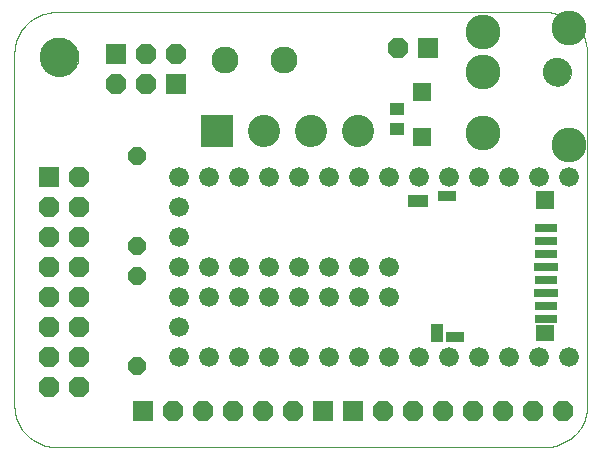
<source format=gts>
G75*
G70*
%OFA0B0*%
%FSLAX24Y24*%
%IPPOS*%
%LPD*%
%AMOC8*
5,1,8,0,0,1.08239X$1,22.5*
%
%ADD10C,0.0000*%
%ADD11R,0.0473X0.0434*%
%ADD12R,0.0680X0.0680*%
%ADD13OC8,0.0680*%
%ADD14C,0.1073*%
%ADD15R,0.1073X0.1073*%
%ADD16C,0.0900*%
%ADD17R,0.0631X0.0591*%
%ADD18R,0.0631X0.0552*%
%ADD19R,0.0729X0.0316*%
%ADD20R,0.0840X0.0316*%
%ADD21R,0.0631X0.0355*%
%ADD22R,0.0434X0.0591*%
%ADD23R,0.0591X0.0355*%
%ADD24R,0.0650X0.0434*%
%ADD25C,0.1162*%
%ADD26C,0.0946*%
%ADD27R,0.0591X0.0591*%
%ADD28C,0.1300*%
%ADD29OC8,0.0600*%
%ADD30C,0.0660*%
D10*
X001600Y004500D02*
X017900Y004500D01*
X017973Y004502D01*
X018046Y004508D01*
X018119Y004517D01*
X018191Y004531D01*
X018262Y004548D01*
X018333Y004569D01*
X018402Y004593D01*
X018469Y004621D01*
X018536Y004653D01*
X018600Y004688D01*
X018662Y004726D01*
X018723Y004767D01*
X018781Y004812D01*
X018837Y004860D01*
X018890Y004910D01*
X018940Y004963D01*
X018988Y005019D01*
X019033Y005077D01*
X019074Y005138D01*
X019112Y005200D01*
X019147Y005264D01*
X019179Y005331D01*
X019207Y005398D01*
X019231Y005467D01*
X019252Y005538D01*
X019269Y005609D01*
X019283Y005681D01*
X019292Y005754D01*
X019298Y005827D01*
X019300Y005900D01*
X019300Y017600D01*
X017847Y017000D02*
X017849Y017042D01*
X017855Y017084D01*
X017865Y017126D01*
X017878Y017166D01*
X017896Y017205D01*
X017917Y017242D01*
X017941Y017276D01*
X017969Y017309D01*
X017999Y017339D01*
X018032Y017365D01*
X018067Y017389D01*
X018105Y017409D01*
X018144Y017425D01*
X018184Y017438D01*
X018226Y017447D01*
X018268Y017452D01*
X018311Y017453D01*
X018353Y017450D01*
X018395Y017443D01*
X018436Y017432D01*
X018476Y017417D01*
X018514Y017399D01*
X018551Y017377D01*
X018585Y017352D01*
X018617Y017324D01*
X018645Y017293D01*
X018671Y017259D01*
X018694Y017223D01*
X018713Y017186D01*
X018729Y017146D01*
X018741Y017105D01*
X018749Y017064D01*
X018753Y017021D01*
X018753Y016979D01*
X018749Y016936D01*
X018741Y016895D01*
X018729Y016854D01*
X018713Y016814D01*
X018694Y016777D01*
X018671Y016741D01*
X018645Y016707D01*
X018617Y016676D01*
X018585Y016648D01*
X018551Y016623D01*
X018514Y016601D01*
X018476Y016583D01*
X018436Y016568D01*
X018395Y016557D01*
X018353Y016550D01*
X018311Y016547D01*
X018268Y016548D01*
X018226Y016553D01*
X018184Y016562D01*
X018144Y016575D01*
X018105Y016591D01*
X018067Y016611D01*
X018032Y016635D01*
X017999Y016661D01*
X017969Y016691D01*
X017941Y016724D01*
X017917Y016758D01*
X017896Y016795D01*
X017878Y016834D01*
X017865Y016874D01*
X017855Y016916D01*
X017849Y016958D01*
X017847Y017000D01*
X019300Y017600D02*
X019298Y017673D01*
X019292Y017746D01*
X019283Y017819D01*
X019269Y017891D01*
X019252Y017962D01*
X019231Y018033D01*
X019207Y018102D01*
X019179Y018169D01*
X019147Y018236D01*
X019112Y018300D01*
X019074Y018362D01*
X019033Y018423D01*
X018988Y018481D01*
X018940Y018537D01*
X018890Y018590D01*
X018837Y018640D01*
X018781Y018688D01*
X018723Y018733D01*
X018662Y018774D01*
X018600Y018812D01*
X018536Y018847D01*
X018469Y018879D01*
X018402Y018907D01*
X018333Y018931D01*
X018262Y018952D01*
X018191Y018969D01*
X018119Y018983D01*
X018046Y018992D01*
X017973Y018998D01*
X017900Y019000D01*
X001600Y019000D01*
X001527Y018998D01*
X001454Y018992D01*
X001381Y018983D01*
X001309Y018969D01*
X001238Y018952D01*
X001167Y018931D01*
X001098Y018907D01*
X001031Y018879D01*
X000964Y018847D01*
X000900Y018812D01*
X000838Y018774D01*
X000777Y018733D01*
X000719Y018688D01*
X000663Y018640D01*
X000610Y018590D01*
X000560Y018537D01*
X000512Y018481D01*
X000467Y018423D01*
X000426Y018362D01*
X000388Y018300D01*
X000353Y018236D01*
X000321Y018169D01*
X000293Y018102D01*
X000269Y018033D01*
X000248Y017962D01*
X000231Y017891D01*
X000217Y017819D01*
X000208Y017746D01*
X000202Y017673D01*
X000200Y017600D01*
X000200Y005900D01*
X000202Y005827D01*
X000208Y005754D01*
X000217Y005681D01*
X000231Y005609D01*
X000248Y005538D01*
X000269Y005467D01*
X000293Y005398D01*
X000321Y005331D01*
X000353Y005264D01*
X000388Y005200D01*
X000426Y005138D01*
X000467Y005077D01*
X000512Y005019D01*
X000560Y004963D01*
X000610Y004910D01*
X000663Y004860D01*
X000719Y004812D01*
X000777Y004767D01*
X000838Y004726D01*
X000900Y004688D01*
X000964Y004653D01*
X001031Y004621D01*
X001098Y004593D01*
X001167Y004569D01*
X001238Y004548D01*
X001309Y004531D01*
X001381Y004517D01*
X001454Y004508D01*
X001527Y004502D01*
X001600Y004500D01*
X001070Y017500D02*
X001072Y017550D01*
X001078Y017600D01*
X001088Y017649D01*
X001102Y017697D01*
X001119Y017744D01*
X001140Y017789D01*
X001165Y017833D01*
X001193Y017874D01*
X001225Y017913D01*
X001259Y017950D01*
X001296Y017984D01*
X001336Y018014D01*
X001378Y018041D01*
X001422Y018065D01*
X001468Y018086D01*
X001515Y018102D01*
X001563Y018115D01*
X001613Y018124D01*
X001662Y018129D01*
X001713Y018130D01*
X001763Y018127D01*
X001812Y018120D01*
X001861Y018109D01*
X001909Y018094D01*
X001955Y018076D01*
X002000Y018054D01*
X002043Y018028D01*
X002084Y017999D01*
X002123Y017967D01*
X002159Y017932D01*
X002191Y017894D01*
X002221Y017854D01*
X002248Y017811D01*
X002271Y017767D01*
X002290Y017721D01*
X002306Y017673D01*
X002318Y017624D01*
X002326Y017575D01*
X002330Y017525D01*
X002330Y017475D01*
X002326Y017425D01*
X002318Y017376D01*
X002306Y017327D01*
X002290Y017279D01*
X002271Y017233D01*
X002248Y017189D01*
X002221Y017146D01*
X002191Y017106D01*
X002159Y017068D01*
X002123Y017033D01*
X002084Y017001D01*
X002043Y016972D01*
X002000Y016946D01*
X001955Y016924D01*
X001909Y016906D01*
X001861Y016891D01*
X001812Y016880D01*
X001763Y016873D01*
X001713Y016870D01*
X001662Y016871D01*
X001613Y016876D01*
X001563Y016885D01*
X001515Y016898D01*
X001468Y016914D01*
X001422Y016935D01*
X001378Y016959D01*
X001336Y016986D01*
X001296Y017016D01*
X001259Y017050D01*
X001225Y017087D01*
X001193Y017126D01*
X001165Y017167D01*
X001140Y017211D01*
X001119Y017256D01*
X001102Y017303D01*
X001088Y017351D01*
X001078Y017400D01*
X001072Y017450D01*
X001070Y017500D01*
D11*
X012950Y015785D03*
X012950Y015115D03*
D12*
X014000Y017800D03*
X005600Y016600D03*
X003600Y017600D03*
X001350Y013500D03*
X004500Y005700D03*
X010500Y005700D03*
X011500Y005700D03*
D13*
X012500Y005700D03*
X013500Y005700D03*
X014500Y005700D03*
X015500Y005700D03*
X016500Y005700D03*
X017500Y005700D03*
X018500Y005700D03*
X009500Y005700D03*
X008500Y005700D03*
X007500Y005700D03*
X006500Y005700D03*
X005500Y005700D03*
X002350Y006500D03*
X001350Y006500D03*
X001350Y007500D03*
X001350Y008500D03*
X001350Y009500D03*
X001350Y010500D03*
X001350Y011500D03*
X002350Y011500D03*
X002350Y010500D03*
X002350Y009500D03*
X002350Y008500D03*
X002350Y007500D03*
X002350Y012500D03*
X002350Y013500D03*
X001350Y012500D03*
X003600Y016600D03*
X004600Y016600D03*
X004600Y017600D03*
X005600Y017600D03*
X013000Y017800D03*
D14*
X011640Y015050D03*
X010080Y015050D03*
X008520Y015050D03*
D15*
X006960Y015050D03*
D16*
X007216Y017400D03*
X009184Y017400D03*
D17*
X017883Y012737D03*
D18*
X017883Y008288D03*
D19*
X017923Y008780D03*
X017923Y009193D03*
X017923Y010059D03*
X017923Y010926D03*
X017923Y011359D03*
X017923Y011792D03*
D20*
X017923Y010493D03*
X017923Y009626D03*
D21*
X014891Y008170D03*
D22*
X014301Y008288D03*
D23*
X014635Y012855D03*
D24*
X013671Y012717D03*
D25*
X015820Y014953D03*
X015820Y017000D03*
X015820Y018339D03*
X018694Y018457D03*
X018694Y014559D03*
D26*
X018300Y017000D03*
D27*
X013800Y016348D03*
X013800Y014852D03*
D28*
X001700Y017500D03*
D29*
X004300Y014200D03*
X004300Y011200D03*
X004300Y010200D03*
X004300Y007200D03*
D30*
X005700Y007500D03*
X005700Y008500D03*
X005700Y009500D03*
X005700Y010500D03*
X005700Y011500D03*
X006700Y010500D03*
X006700Y009500D03*
X007700Y009500D03*
X007700Y010500D03*
X008700Y010500D03*
X008700Y009500D03*
X009700Y009500D03*
X009700Y010500D03*
X010700Y010500D03*
X010700Y009500D03*
X011700Y009500D03*
X011700Y010500D03*
X012700Y010500D03*
X012700Y009500D03*
X012700Y007500D03*
X011700Y007500D03*
X010700Y007500D03*
X009700Y007500D03*
X008700Y007500D03*
X007700Y007500D03*
X006700Y007500D03*
X005700Y012500D03*
X005700Y013500D03*
X006700Y013500D03*
X007700Y013500D03*
X008700Y013500D03*
X009700Y013500D03*
X010700Y013500D03*
X011700Y013500D03*
X012700Y013500D03*
X013700Y013500D03*
X014700Y013500D03*
X015700Y013500D03*
X016700Y013500D03*
X017700Y013500D03*
X018700Y013500D03*
X018700Y007500D03*
X017700Y007500D03*
X016700Y007500D03*
X015700Y007500D03*
X014700Y007500D03*
X013700Y007500D03*
M02*

</source>
